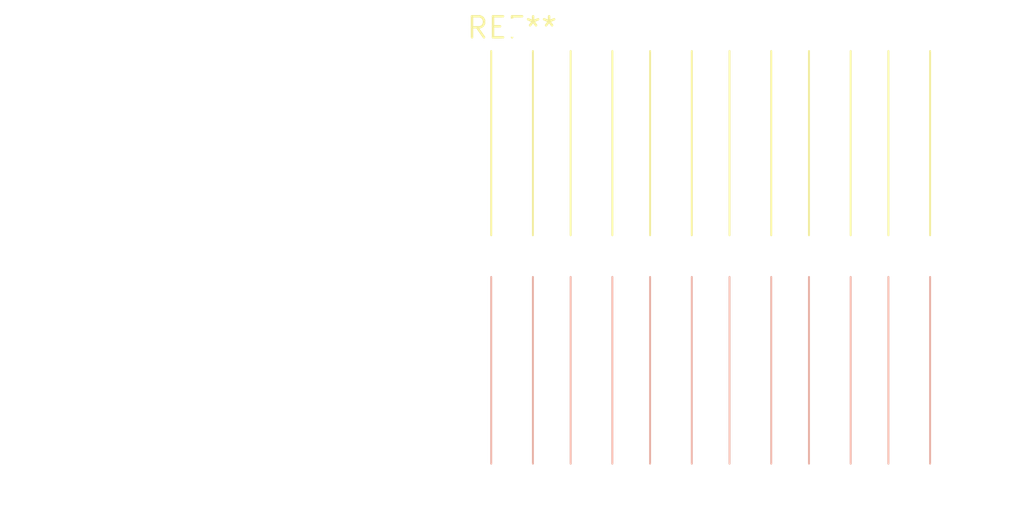
<source format=kicad_pcb>
(kicad_pcb (version 20240108) (generator pcbnew)
  (layers (0 "F.Cu" signal) (31 "B.Cu" signal) (34 "B.Paste" user) (35 "F.Paste" user) (36 "B.SilkS" user "B.Silkscreen") (37 "F.SilkS" user "F.Silkscreen") (38 "B.Mask" user) (39 "F.Mask" user) (44 "Edge.Cuts" user))
  (net 0 "")
  (footprint "SolderWire-0.5sqmm_1x06_P4.8mm_D0.9mm_OD2.3mm_Relief2x" (layer "F.Cu") (at 0 0)
    (property "Reference" "REF**")
    (property "Value" "SolderWire-0.5sqmm_1x06_P4.8mm_D0.9mm_OD2.3mm_Relief2x")
    (fp_line (start -1.26 15.06) (end -1.26 26.34) (layer "B.SilkS") (stroke (width 0.12)))
    (fp_line (start 1.26 15.06) (end 1.26 26.34) (layer "B.SilkS") (stroke (width 0.12)))
    (fp_line (start 3.54 15.06) (end 3.54 26.34) (layer "B.SilkS") (stroke (width 0.12)))
    (fp_line (start 6.06 15.06) (end 6.06 26.34) (layer "B.SilkS") (stroke (width 0.12)))
    (fp_line (start 8.34 15.06) (end 8.34 26.34) (layer "B.SilkS") (stroke (width 0.12)))
    (fp_line (start 10.86 15.06) (end 10.86 26.34) (layer "B.SilkS") (stroke (width 0.12)))
    (fp_line (start 13.14 15.06) (end 13.14 26.34) (layer "B.SilkS") (stroke (width 0.12)))
    (fp_line (start 15.66 15.06) (end 15.66 26.34) (layer "B.SilkS") (stroke (width 0.12)))
    (fp_line (start 17.94 15.06) (end 17.94 26.34) (layer "B.SilkS") (stroke (width 0.12)))
    (fp_line (start 20.46 15.06) (end 20.46 26.34) (layer "B.SilkS") (stroke (width 0.12)))
    (fp_line (start 22.74 15.06) (end 22.74 26.34) (layer "B.SilkS") (stroke (width 0.12)))
    (fp_line (start 25.26 15.06) (end 25.26 26.34) (layer "B.SilkS") (stroke (width 0.12)))
    (fp_line (start -1.26 1.41) (end -1.26 12.54) (layer "F.SilkS") (stroke (width 0.12)))
    (fp_line (start 1.26 1.41) (end 1.26 12.54) (layer "F.SilkS") (stroke (width 0.12)))
    (fp_line (start 3.54 1.41) (end 3.54 12.54) (layer "F.SilkS") (stroke (width 0.12)))
    (fp_line (start 6.06 1.41) (end 6.06 12.54) (layer "F.SilkS") (stroke (width 0.12)))
    (fp_line (start 8.34 1.41) (end 8.34 12.54) (layer "F.SilkS") (stroke (width 0.12)))
    (fp_line (start 10.86 1.41) (end 10.86 12.54) (layer "F.SilkS") (stroke (width 0.12)))
    (fp_line (start 13.14 1.41) (end 13.14 12.54) (layer "F.SilkS") (stroke (width 0.12)))
    (fp_line (start 15.66 1.41) (end 15.66 12.54) (layer "F.SilkS") (stroke (width 0.12)))
    (fp_line (start 17.94 1.41) (end 17.94 12.54) (layer "F.SilkS") (stroke (width 0.12)))
    (fp_line (start 20.46 1.41) (end 20.46 12.54) (layer "F.SilkS") (stroke (width 0.12)))
    (fp_line (start 22.74 1.41) (end 22.74 12.54) (layer "F.SilkS") (stroke (width 0.12)))
    (fp_line (start 25.26 1.41) (end 25.26 12.54) (layer "F.SilkS") (stroke (width 0.12)))
    (pad "" np_thru_hole circle (at 0 13.8) (size 2.8 2.8) (drill 2.8) (layers *.Cu *.Mask))
    (pad "" np_thru_hole circle (at 0 27.6) (size 2.8 2.8) (drill 2.8) (layers *.Cu *.Mask))
    (pad "" np_thru_hole circle (at 4.8 13.8) (size 2.8 2.8) (drill 2.8) (layers *.Cu *.Mask))
    (pad "" np_thru_hole circle (at 4.8 27.6) (size 2.8 2.8) (drill 2.8) (layers *.Cu *.Mask))
    (pad "" np_thru_hole circle (at 9.6 13.8) (size 2.8 2.8) (drill 2.8) (layers *.Cu *.Mask))
    (pad "" np_thru_hole circle (at 9.6 27.6) (size 2.8 2.8) (drill 2.8) (layers *.Cu *.Mask))
    (pad "" np_thru_hole circle (at 14.4 13.8) (size 2.8 2.8) (drill 2.8) (layers *.Cu *.Mask))
    (pad "" np_thru_hole circle (at 14.4 27.6) (size 2.8 2.8) (drill 2.8) (layers *.Cu *.Mask))
    (pad "" np_thru_hole circle (at 19.2 13.8) (size 2.8 2.8) (drill 2.8) (layers *.Cu *.Mask))
    (pad "" np_thru_hole circle (at 19.2 27.6) (size 2.8 2.8) (drill 2.8) (layers *.Cu *.Mask))
    (pad "" np_thru_hole circle (at 24 13.8) (size 2.8 2.8) (drill 2.8) (layers *.Cu *.Mask))
    (pad "" np_thru_hole circle (at 24 27.6) (size 2.8 2.8) (drill 2.8) (layers *.Cu *.Mask))
    (pad "1" thru_hole roundrect (at 0 0) (size 2.3 2.3) (drill 1.1) (layers *.Cu *.Mask) (remove_unused_layers) (roundrect_rratio 0.108696))
    (pad "2" thru_hole circle (at 4.8 0) (size 2.3 2.3) (drill 1.1) (layers *.Cu *.Mask) (remove_unused_layers))
    (pad "3" thru_hole circle (at 9.6 0) (size 2.3 2.3) (drill 1.1) (layers *.Cu *.Mask) (remove_unused_layers))
    (pad "4" thru_hole circle (at 14.4 0) (size 2.3 2.3) (drill 1.1) (layers *.Cu *.Mask) (remove_unused_layers))
    (pad "5" thru_hole circle (at 19.2 0) (size 2.3 2.3) (drill 1.1) (layers *.Cu *.Mask) (remove_unused_layers))
    (pad "6" thru_hole circle (at 24 0) (size 2.3 2.3) (drill 1.1) (layers *.Cu *.Mask) (remove_unused_layers))
  )
)
</source>
